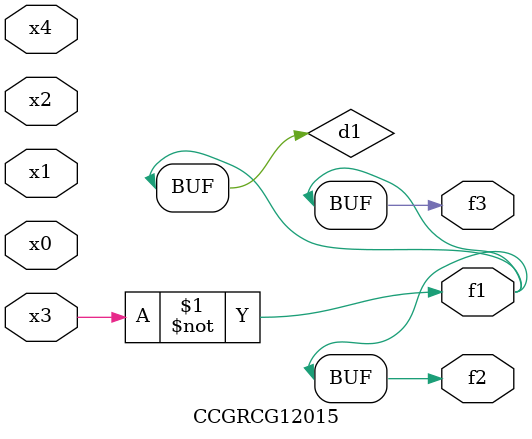
<source format=v>
module CCGRCG12015(
	input x0, x1, x2, x3, x4,
	output f1, f2, f3
);

	wire d1, d2;

	xnor (d1, x3);
	not (d2, x1);
	assign f1 = d1;
	assign f2 = d1;
	assign f3 = d1;
endmodule

</source>
